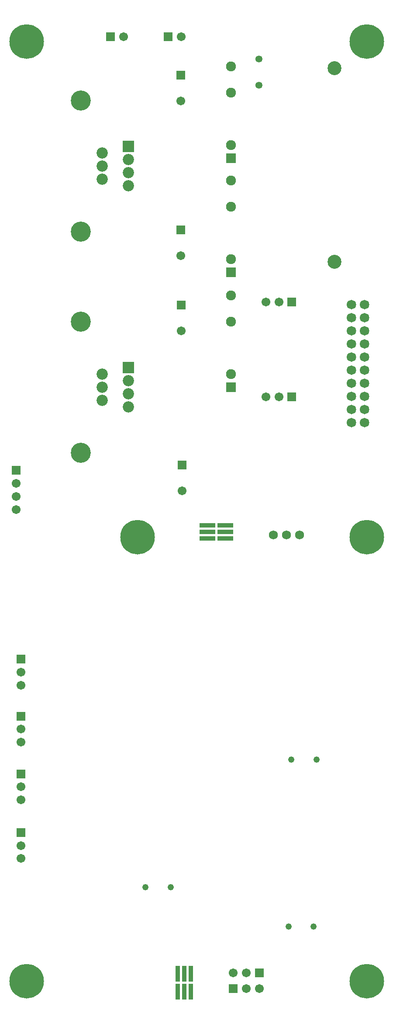
<source format=gbs>
G04*
G04 #@! TF.GenerationSoftware,Altium Limited,Altium Designer,20.0.12 (288)*
G04*
G04 Layer_Color=16711935*
%FSLAX25Y25*%
%MOIN*%
G70*
G01*
G75*
%ADD45C,0.00000*%
%ADD69C,0.06706*%
%ADD70R,0.06706X0.06706*%
%ADD71C,0.06800*%
%ADD72R,0.06706X0.06706*%
%ADD73C,0.10642*%
%ADD74C,0.05328*%
%ADD75C,0.07178*%
%ADD76R,0.06737X0.06737*%
%ADD77C,0.06737*%
%ADD78R,0.06737X0.06737*%
%ADD79C,0.07591*%
%ADD80R,0.07591X0.07591*%
%ADD81C,0.15312*%
%ADD82R,0.08600X0.08600*%
%ADD83C,0.08600*%
%ADD84C,0.26391*%
%ADD85C,0.04855*%
%ADD111R,0.03713X0.12296*%
%ADD112R,0.12296X0.03713*%
D45*
X276712Y531476D02*
G03*
X276712Y531476I-3390J0D01*
G01*
X266712D02*
G03*
X266712Y531476I-3390J0D01*
G01*
X276712Y521476D02*
G03*
X276712Y521476I-3390J0D01*
G01*
X266712D02*
G03*
X266712Y521476I-3390J0D01*
G01*
X276712Y511476D02*
G03*
X276712Y511476I-3390J0D01*
G01*
X266712D02*
G03*
X266712Y511476I-3390J0D01*
G01*
X276712Y501476D02*
G03*
X276712Y501476I-3390J0D01*
G01*
X266712D02*
G03*
X266712Y501476I-3390J0D01*
G01*
X276712Y491476D02*
G03*
X276712Y491476I-3390J0D01*
G01*
X266712D02*
G03*
X266712Y491476I-3390J0D01*
G01*
X276712Y481476D02*
G03*
X276712Y481476I-3390J0D01*
G01*
X266712D02*
G03*
X266712Y481476I-3390J0D01*
G01*
X276712Y471476D02*
G03*
X276712Y471476I-3390J0D01*
G01*
X266712D02*
G03*
X266712Y471476I-3390J0D01*
G01*
X276712Y461476D02*
G03*
X276712Y461476I-3390J0D01*
G01*
X266712D02*
G03*
X266712Y461476I-3390J0D01*
G01*
X276712Y451476D02*
G03*
X276712Y451476I-3390J0D01*
G01*
X266712D02*
G03*
X266712Y451476I-3390J0D01*
G01*
X276712Y441476D02*
G03*
X276712Y441476I-3390J0D01*
G01*
X266712D02*
G03*
X266712Y441476I-3390J0D01*
G01*
D69*
X133230Y686633D02*
D03*
X133480Y511476D02*
D03*
X132980Y568633D02*
D03*
X133980Y389476D02*
D03*
X7443Y374991D02*
D03*
Y384991D02*
D03*
Y394991D02*
D03*
X183066Y21752D02*
D03*
X173066D02*
D03*
X192972Y9843D02*
D03*
X182972D02*
D03*
X133480Y735876D02*
D03*
X89480D02*
D03*
D70*
X133230Y706318D02*
D03*
X133480Y531161D02*
D03*
X132980Y588318D02*
D03*
X133980Y409161D02*
D03*
X7443Y404991D02*
D03*
D71*
X203769Y355629D02*
D03*
X213769D02*
D03*
X223769D02*
D03*
D72*
X193066Y21752D02*
D03*
X172972Y9843D02*
D03*
X123480Y735876D02*
D03*
X79480D02*
D03*
D73*
X250622Y711895D02*
D03*
Y564257D02*
D03*
D74*
X192822Y718618D02*
D03*
Y698933D02*
D03*
D75*
X273322Y531476D02*
D03*
X263322D02*
D03*
X273322Y521476D02*
D03*
X263322D02*
D03*
X273322Y511476D02*
D03*
X263322D02*
D03*
X273322Y501476D02*
D03*
X263322D02*
D03*
X273322Y491476D02*
D03*
X263322D02*
D03*
X273322Y481476D02*
D03*
X263322D02*
D03*
X273322Y471476D02*
D03*
X263322D02*
D03*
X273322Y461476D02*
D03*
X263322D02*
D03*
X273322Y451476D02*
D03*
X263322D02*
D03*
X273322Y441476D02*
D03*
X263322D02*
D03*
D76*
X217822Y533576D02*
D03*
Y460976D02*
D03*
D77*
X207980Y533576D02*
D03*
X198137D02*
D03*
X207980Y460976D02*
D03*
X198137D02*
D03*
X11051Y118932D02*
D03*
Y109090D02*
D03*
Y163617D02*
D03*
Y153775D02*
D03*
Y207613D02*
D03*
Y197771D02*
D03*
Y251117D02*
D03*
Y241275D02*
D03*
D78*
Y128775D02*
D03*
Y173460D02*
D03*
Y217456D02*
D03*
Y260960D02*
D03*
D79*
X171480Y538476D02*
D03*
Y518476D02*
D03*
Y478476D02*
D03*
Y712976D02*
D03*
Y692976D02*
D03*
Y652976D02*
D03*
Y625976D02*
D03*
Y605976D02*
D03*
Y565976D02*
D03*
D80*
Y468476D02*
D03*
Y642976D02*
D03*
Y555976D02*
D03*
D81*
X56880Y586976D02*
D03*
Y686976D02*
D03*
Y418476D02*
D03*
Y518476D02*
D03*
D82*
X92980Y651976D02*
D03*
Y483476D02*
D03*
D83*
X72980Y646976D02*
D03*
X92980Y641976D02*
D03*
X72980Y636976D02*
D03*
X92980Y631976D02*
D03*
X72980Y626976D02*
D03*
X92980Y621976D02*
D03*
X72980Y478476D02*
D03*
X92980Y473476D02*
D03*
X72980Y468476D02*
D03*
X92980Y463476D02*
D03*
X72980Y458476D02*
D03*
X92980Y453476D02*
D03*
D84*
X99980Y353976D02*
D03*
X274980D02*
D03*
X15480Y731976D02*
D03*
X274980D02*
D03*
Y15476D02*
D03*
X15480D02*
D03*
D85*
X217623Y184476D02*
D03*
X236836D02*
D03*
X106123Y86976D02*
D03*
X125336D02*
D03*
X234586Y56976D02*
D03*
X215373D02*
D03*
D111*
X130680Y21028D02*
D03*
Y7524D02*
D03*
X135680Y21028D02*
D03*
Y7524D02*
D03*
X140680Y21028D02*
D03*
Y7524D02*
D03*
D112*
X153476Y352976D02*
D03*
X166980D02*
D03*
X153476Y357976D02*
D03*
X166980D02*
D03*
X153476Y362976D02*
D03*
X166980D02*
D03*
M02*

</source>
